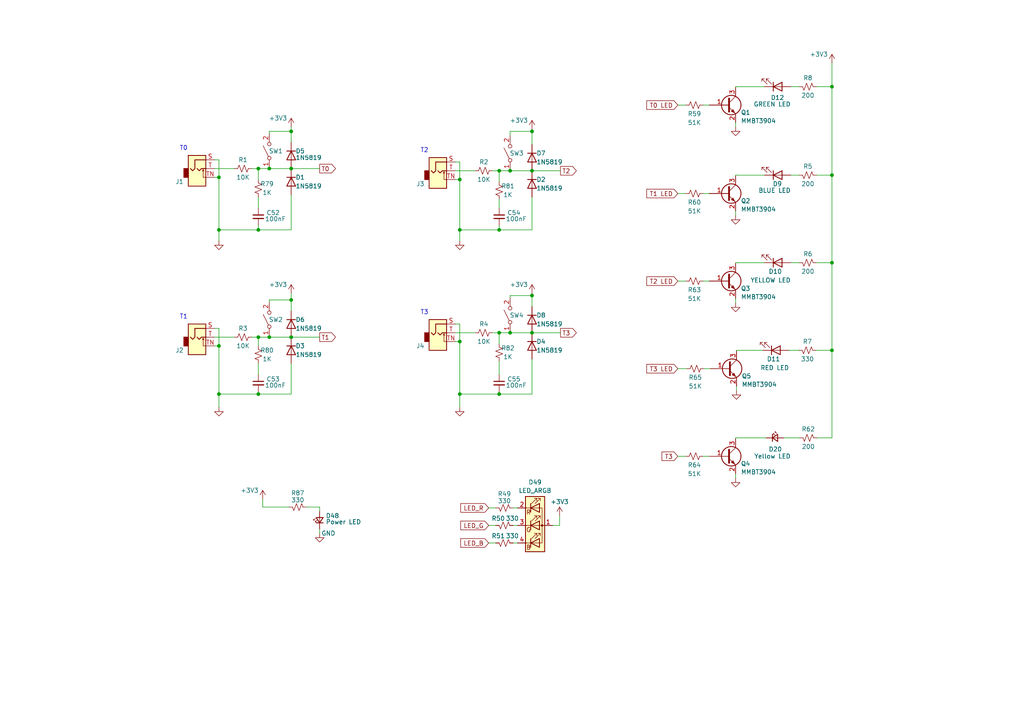
<source format=kicad_sch>
(kicad_sch (version 20231120) (generator "eeschema") (generator_version "8.0")
  (paper "A4")
  (title_block (title "Thor's Arsenal") (rev "0.2"))
  (lib_symbols
    (symbol "Connector_Audio:AudioJack2_SwitchT"
      (property "Reference" "J" (at 0 8.89 0))
      (property "Value" "AudioJack2_SwitchT" (at 0 6.35 0))
      (symbol "AudioJack2_SwitchT_0_1"
        (rectangle (start -2.54 0) (end -3.81 -2.54) (stroke (width 0.254)) (fill (type outline)))
        (polyline (pts (xy 1.778 -0.254) (xy 2.032 -0.762)))
        (polyline (pts (xy 0 0) (xy 0.635 -0.635) (xy 1.27 0) (xy 2.54 0)) (stroke (width 0.254)))
        (polyline (pts (xy 2.54 -2.54) (xy 1.778 -2.54) (xy 1.778 -0.254) (xy 1.524 -0.762)))
        (polyline (pts (xy 2.54 2.54) (xy -0.635 2.54) (xy -0.635 0) (xy -1.27 -0.635) (xy -1.905 0)) (stroke (width 0.254)))
        (rectangle (start 2.54 3.81) (end -2.54 -5.08) (stroke (width 0.254)) (fill (type background)))
      )
      (symbol "AudioJack2_SwitchT_1_1"
        (pin passive line (at 5.08 2.54 180) (length 2.54) (name "~") (number "S"))
        (pin passive line (at 5.08 0 180) (length 2.54) (name "~") (number "T"))
        (pin passive line (at 5.08 -2.54 180) (length 2.54) (name "~") (number "TN"))
      )
    )
    (symbol "Device:C_Small" (pin_numbers hide) (pin_names (offset 0.254) hide)
      (property "Reference" "C" (at 0.254 1.778 0))
      (property "Value" "C_Small" (at 0.254 -2.032 0))
      (symbol "C_Small_0_1"
        (polyline (pts (xy -1.524 -0.508) (xy 1.524 -0.508)) (stroke (width 0.3302)))
        (polyline (pts (xy -1.524 0.508) (xy 1.524 0.508)) (stroke (width 0.3048)))
      )
      (symbol "C_Small_1_1"
        (pin passive line (at 0 2.54 270) (length 2.032) (name "~") (number "1"))
        (pin passive line (at 0 -2.54 90) (length 2.032) (name "~") (number "2"))
      )
    )
    (symbol "Device:LED" (pin_numbers hide) (pin_names (offset 1.016) hide)
      (property "Reference" "D" (at 0 2.54 0))
      (property "Value" "LED" (at 0 -2.54 0))
      (symbol "LED_0_1"
        (polyline (pts (xy -1.27 -1.27) (xy -1.27 1.27)) (stroke (width 0.254)))
        (polyline (pts (xy -1.27 0) (xy 1.27 0)))
        (polyline (pts (xy 1.27 -1.27) (xy 1.27 1.27) (xy -1.27 0) (xy 1.27 -1.27)) (stroke (width 0.254)))
        (polyline (pts (xy -3.048 -0.762) (xy -4.572 -2.286) (xy -3.81 -2.286) (xy -4.572 -2.286) (xy -4.572 -1.524)))
        (polyline (pts (xy -1.778 -0.762) (xy -3.302 -2.286) (xy -2.54 -2.286) (xy -3.302 -2.286) (xy -3.302 -1.524)))
      )
      (symbol "LED_1_1"
        (pin passive line (at -3.81 0 0) (length 2.54) (name "K") (number "1"))
        (pin passive line (at 3.81 0 180) (length 2.54) (name "A") (number "2"))
      )
    )
    (symbol "Device:LED_ARGB" (pin_names (offset 0) hide)
      (property "Reference" "D" (at 0 9.398 0))
      (property "Value" "LED_ARGB" (at 0 -8.89 0))
      (symbol "LED_ARGB_0_0"
        (text "B" (at -1.905 -6.35 0) (effects (font (size 1.27 1.27))))
        (text "G" (at -1.905 -1.27 0) (effects (font (size 1.27 1.27))))
        (text "R" (at -1.905 3.81 0) (effects (font (size 1.27 1.27))))
      )
      (symbol "LED_ARGB_0_1"
        (polyline (pts (xy -1.27 -5.08) (xy -2.54 -5.08)))
        (polyline (pts (xy -1.27 -5.08) (xy 1.27 -5.08)))
        (polyline (pts (xy -1.27 -3.81) (xy -1.27 -6.35)) (stroke (width 0.254)))
        (polyline (pts (xy -1.27 0) (xy -2.54 0)))
        (polyline (pts (xy -1.27 1.27) (xy -1.27 -1.27)) (stroke (width 0.254)))
        (polyline (pts (xy -1.27 5.08) (xy -2.54 5.08)))
        (polyline (pts (xy -1.27 5.08) (xy 1.27 5.08)))
        (polyline (pts (xy -1.27 6.35) (xy -1.27 3.81)) (stroke (width 0.254)))
        (polyline (pts (xy 1.27 0) (xy -1.27 0)))
        (polyline (pts (xy 1.27 0) (xy 2.54 0)))
        (polyline (pts (xy -1.27 1.27) (xy -1.27 -1.27) (xy -1.27 -1.27)))
        (polyline (pts (xy -1.27 6.35) (xy -1.27 3.81) (xy -1.27 3.81)))
        (polyline (pts (xy 1.27 -5.08) (xy 2.032 -5.08) (xy 2.032 5.08) (xy 1.27 5.08)))
        (polyline (pts (xy 1.27 -3.81) (xy 1.27 -6.35) (xy -1.27 -5.08) (xy 1.27 -3.81)) (stroke (width 0.254)))
        (polyline (pts (xy 1.27 1.27) (xy 1.27 -1.27) (xy -1.27 0) (xy 1.27 1.27)) (stroke (width 0.254)))
        (polyline (pts (xy 1.27 6.35) (xy 1.27 3.81) (xy -1.27 5.08) (xy 1.27 6.35)) (stroke (width 0.254)))
        (polyline (pts (xy -1.016 -3.81) (xy 0.508 -2.286) (xy -0.254 -2.286) (xy 0.508 -2.286) (xy 0.508 -3.048)))
        (polyline (pts (xy -1.016 1.27) (xy 0.508 2.794) (xy -0.254 2.794) (xy 0.508 2.794) (xy 0.508 2.032)))
        (polyline (pts (xy -1.016 6.35) (xy 0.508 7.874) (xy -0.254 7.874) (xy 0.508 7.874) (xy 0.508 7.112)))
        (polyline (pts (xy 0 -3.81) (xy 1.524 -2.286) (xy 0.762 -2.286) (xy 1.524 -2.286) (xy 1.524 -3.048)))
        (polyline (pts (xy 0 1.27) (xy 1.524 2.794) (xy 0.762 2.794) (xy 1.524 2.794) (xy 1.524 2.032)))
        (polyline (pts (xy 0 6.35) (xy 1.524 7.874) (xy 0.762 7.874) (xy 1.524 7.874) (xy 1.524 7.112)))
        (rectangle (start 1.27 -1.27) (end 1.27 1.27))
        (rectangle (start 1.27 1.27) (end 1.27 1.27))
        (rectangle (start 1.27 3.81) (end 1.27 6.35))
        (rectangle (start 1.27 6.35) (end 1.27 6.35))
        (circle (center 2.032 0) (radius 0.254) (fill (type outline)))
        (rectangle (start 2.794 8.382) (end -2.794 -7.62) (stroke (width 0.254)) (fill (type background)))
      )
      (symbol "LED_ARGB_1_1"
        (pin passive line (at 5.08 0 180) (length 2.54) (name "A") (number "1"))
        (pin passive line (at -5.08 5.08 0) (length 2.54) (name "RK") (number "2"))
        (pin passive line (at -5.08 0 0) (length 2.54) (name "GK") (number "3"))
        (pin passive line (at -5.08 -5.08 0) (length 2.54) (name "BK") (number "4"))
      )
    )
    (symbol "Device:LED_Small" (pin_numbers hide) (pin_names (offset 0.254) hide)
      (property "Reference" "D" (at -1.27 3.175 0))
      (property "Value" "LED_Small" (at -4.445 -2.54 0))
      (symbol "LED_Small_0_1"
        (polyline (pts (xy -0.762 -1.016) (xy -0.762 1.016)) (stroke (width 0.254)))
        (polyline (pts (xy 1.016 0) (xy -0.762 0)))
        (polyline (pts (xy 0.762 -1.016) (xy -0.762 0) (xy 0.762 1.016) (xy 0.762 -1.016)) (stroke (width 0.254)))
        (polyline (pts (xy 0 0.762) (xy -0.508 1.27) (xy -0.254 1.27) (xy -0.508 1.27) (xy -0.508 1.016)))
        (polyline (pts (xy 0.508 1.27) (xy 0 1.778) (xy 0.254 1.778) (xy 0 1.778) (xy 0 1.524)))
      )
      (symbol "LED_Small_1_1"
        (pin passive line (at -2.54 0 0) (length 1.778) (name "K") (number "1"))
        (pin passive line (at 2.54 0 180) (length 1.778) (name "A") (number "2"))
      )
    )
    (symbol "Device:R_Small_US" (pin_numbers hide) (pin_names (offset 0.254) hide)
      (property "Reference" "R" (at 0.762 0.508 0))
      (property "Value" "R_Small_US" (at 0.762 -1.016 0))
      (symbol "R_Small_US_1_1"
        (polyline (pts (xy 0 0) (xy 1.016 -0.381) (xy 0 -0.762) (xy -1.016 -1.143) (xy 0 -1.524)))
        (polyline (pts (xy 0 1.524) (xy 1.016 1.143) (xy 0 0.762) (xy -1.016 0.381) (xy 0 0)))
        (pin passive line (at 0 2.54 270) (length 1.016) (name "~") (number "1"))
        (pin passive line (at 0 -2.54 90) (length 1.016) (name "~") (number "2"))
      )
    )
    (symbol "Diode:1N4148" (pin_numbers hide) (pin_names (offset 1.016) hide)
      (property "Reference" "D" (at 0 2.54 0))
      (property "Value" "1N4148" (at 0 -2.54 0))
      (symbol "1N4148_0_1"
        (polyline (pts (xy -1.27 1.27) (xy -1.27 -1.27)) (stroke (width 0.254)))
        (polyline (pts (xy 1.27 0) (xy -1.27 0)))
        (polyline (pts (xy 1.27 1.27) (xy 1.27 -1.27) (xy -1.27 0) (xy 1.27 1.27)) (stroke (width 0.254)))
      )
      (symbol "1N4148_1_1"
        (pin passive line (at -3.81 0 0) (length 2.54) (name "K") (number "1"))
        (pin passive line (at 3.81 0 180) (length 2.54) (name "A") (number "2"))
      )
    )
    (symbol "Switch:SW_SPST" (pin_names (offset 0) hide)
      (property "Reference" "SW" (at 0 3.175 0))
      (property "Value" "SW_SPST" (at 0 -2.54 0))
      (symbol "SW_SPST_0_0"
        (circle (center -2.032 0) (radius 0.508))
        (polyline (pts (xy -1.524 0.254) (xy 1.524 1.778)))
        (circle (center 2.032 0) (radius 0.508))
      )
      (symbol "SW_SPST_1_1"
        (pin passive line (at -5.08 0 0) (length 2.54) (name "A") (number "1"))
        (pin passive line (at 5.08 0 180) (length 2.54) (name "B") (number "2"))
      )
    )
    (symbol "Transistor_BJT:MMBT3904" (pin_names (offset 0) hide)
      (property "Reference" "Q" (at 5.08 1.905 0))
      (property "Value" "MMBT3904" (at 5.08 0 0))
      (symbol "MMBT3904_0_1"
        (polyline (pts (xy 0.635 0.635) (xy 2.54 2.54)))
        (polyline (pts (xy 0.635 -0.635) (xy 2.54 -2.54) (xy 2.54 -2.54)))
        (polyline (pts (xy 0.635 1.905) (xy 0.635 -1.905) (xy 0.635 -1.905)) (stroke (width 0.508)))
        (polyline (pts (xy 1.27 -1.778) (xy 1.778 -1.27) (xy 2.286 -2.286) (xy 1.27 -1.778) (xy 1.27 -1.778)) (fill (type outline)))
        (circle (center 1.27 0) (radius 2.8194) (stroke (width 0.254)))
      )
      (symbol "MMBT3904_1_1"
        (pin input line (at -5.08 0 0) (length 5.715) (name "B") (number "1"))
        (pin passive line (at 2.54 -5.08 90) (length 2.54) (name "E") (number "2"))
        (pin passive line (at 2.54 5.08 270) (length 2.54) (name "C") (number "3"))
      )
    )
    (symbol "power:+3.3V" (power) (pin_names (offset 0))
      (property "Value" "+3.3V" (at 0 3.556 0))
      (symbol "+3.3V_0_1"
        (polyline (pts (xy -0.762 1.27) (xy 0 2.54)))
        (polyline (pts (xy 0 0) (xy 0 2.54)))
        (polyline (pts (xy 0 2.54) (xy 0.762 1.27)))
      )
      (symbol "+3.3V_1_1"
        (pin power_in line (at 0 0 90) (length 0) hide (name "+3V3") (number "1"))
      )
    )
    (symbol "power:GND" (power) (pin_names (offset 0))
      (property "Value" "GND" (at 0 -3.81 0))
      (symbol "GND_0_1"
        (polyline (pts (xy 0 0) (xy 0 -1.27) (xy 1.27 -1.27) (xy 0 -2.54) (xy -1.27 -1.27) (xy 0 -1.27)))
      )
      (symbol "GND_1_1"
        (pin power_in line (at 0 0 270) (length 0) hide (name "GND") (number "1"))
      )
    )
  )
  (junction (at 241.3 76.2))
  (junction (at 154.305 38.1))
  (junction (at 154.305 85.725))
  (junction (at 78.105 48.895))
  (junction (at 74.93 114.3))
  (junction (at 63.5 100.33))
  (junction (at 84.455 48.895))
  (junction (at 144.78 114.3))
  (junction (at 74.93 66.675))
  (junction (at 74.93 97.79))
  (junction (at 84.455 38.1))
  (junction (at 154.305 96.52))
  (junction (at 147.955 96.52))
  (junction (at 133.35 52.07))
  (junction (at 133.35 66.675))
  (junction (at 241.3 101.6))
  (junction (at 63.5 51.435))
  (junction (at 84.455 86.995))
  (junction (at 144.78 66.675))
  (junction (at 133.35 99.06))
  (junction (at 241.3 25.146))
  (junction (at 144.78 49.53))
  (junction (at 133.35 114.3))
  (junction (at 63.5 66.675))
  (junction (at 144.78 96.52))
  (junction (at 63.5 114.3))
  (junction (at 154.305 49.53))
  (junction (at 147.955 49.53))
  (junction (at 78.105 97.79))
  (junction (at 74.93 48.895))
  (junction (at 241.3 50.8))
  (junction (at 84.455 97.79))
  (wire (pts (xy 78.105 86.995) (xy 84.455 86.995)))
  (wire (pts (xy 133.35 69.85) (xy 133.35 66.675)))
  (wire (pts (xy 141.732 157.48) (xy 143.764 157.48)))
  (wire (pts (xy 236.855 76.2) (xy 241.3 76.2)))
  (wire (pts (xy 133.35 99.06) (xy 133.35 114.3)))
  (wire (pts (xy 84.455 97.79) (xy 92.71 97.79)))
  (wire (pts (xy 147.955 49.53) (xy 154.305 49.53)))
  (wire (pts (xy 74.93 114.3) (xy 84.455 114.3)))
  (wire (pts (xy 213.36 50.8) (xy 221.742 50.8)))
  (wire (pts (xy 196.596 106.934) (xy 199.136 106.934)))
  (wire (pts (xy 204.216 106.934) (xy 205.994 106.934)))
  (wire (pts (xy 133.35 66.675) (xy 144.78 66.675)))
  (wire (pts (xy 84.455 86.995) (xy 84.455 90.17)))
  (wire (pts (xy 196.596 81.534) (xy 198.882 81.534)))
  (wire (pts (xy 132.08 49.53) (xy 137.795 49.53)))
  (wire (pts (xy 231.775 25.146) (xy 229.362 25.146)))
  (wire (pts (xy 142.875 96.52) (xy 144.78 96.52)))
  (wire (pts (xy 203.962 81.534) (xy 205.74 81.534)))
  (wire (pts (xy 76.2 147.066) (xy 76.2 144.78)))
  (wire (pts (xy 228.854 101.6) (xy 231.648 101.6)))
  (wire (pts (xy 213.36 76.2) (xy 221.742 76.2)))
  (wire (pts (xy 84.455 85.09) (xy 84.455 86.995)))
  (wire (pts (xy 132.08 46.99) (xy 133.35 46.99)))
  (wire (pts (xy 133.35 93.98) (xy 133.35 99.06)))
  (wire (pts (xy 196.596 30.48) (xy 198.882 30.48)))
  (wire (pts (xy 213.36 86.614) (xy 213.36 87.884)))
  (wire (pts (xy 141.732 147.32) (xy 143.764 147.32)))
  (wire (pts (xy 78.105 87.63) (xy 78.105 86.995)))
  (wire (pts (xy 78.105 38.735) (xy 78.105 38.1)))
  (wire (pts (xy 144.78 96.52) (xy 147.955 96.52)))
  (wire (pts (xy 241.3 101.6) (xy 241.3 127)))
  (wire (pts (xy 236.982 127) (xy 241.3 127)))
  (wire (pts (xy 227.33 127) (xy 231.902 127)))
  (wire (pts (xy 196.596 132.334) (xy 198.882 132.334)))
  (wire (pts (xy 144.78 49.53) (xy 147.955 49.53)))
  (wire (pts (xy 74.93 97.79) (xy 78.105 97.79)))
  (wire (pts (xy 142.875 49.53) (xy 144.78 49.53)))
  (wire (pts (xy 62.23 100.33) (xy 63.5 100.33)))
  (wire (pts (xy 236.728 101.6) (xy 241.3 101.6)))
  (wire (pts (xy 74.93 57.15) (xy 74.93 60.325)))
  (wire (pts (xy 203.962 132.334) (xy 205.74 132.334)))
  (wire (pts (xy 196.596 56.134) (xy 198.882 56.134)))
  (wire (pts (xy 148.844 152.4) (xy 150.114 152.4)))
  (wire (pts (xy 88.9 147.066) (xy 92.71 147.066)))
  (wire (pts (xy 84.455 114.3) (xy 84.455 105.41)))
  (wire (pts (xy 203.962 56.134) (xy 205.74 56.134)))
  (wire (pts (xy 74.93 105.41) (xy 74.93 108.585)))
  (wire (pts (xy 213.36 61.214) (xy 213.36 62.484)))
  (wire (pts (xy 160.274 152.4) (xy 162.306 152.4)))
  (wire (pts (xy 144.78 96.52) (xy 144.78 99.695)))
  (wire (pts (xy 154.305 96.52) (xy 162.56 96.52)))
  (wire (pts (xy 162.306 152.4) (xy 162.306 149.606)))
  (wire (pts (xy 147.955 85.725) (xy 154.305 85.725)))
  (wire (pts (xy 213.614 101.6) (xy 213.614 101.854)))
  (wire (pts (xy 144.78 57.785) (xy 144.78 60.325)))
  (wire (pts (xy 144.78 113.665) (xy 144.78 114.3)))
  (wire (pts (xy 241.3 76.2) (xy 241.3 101.6)))
  (wire (pts (xy 213.36 50.8) (xy 213.36 51.054)))
  (wire (pts (xy 141.732 152.4) (xy 143.764 152.4)))
  (wire (pts (xy 92.71 153.416) (xy 92.71 154.686)))
  (wire (pts (xy 147.955 96.52) (xy 154.305 96.52)))
  (wire (pts (xy 236.855 25.146) (xy 241.3 25.146)))
  (wire (pts (xy 133.35 46.99) (xy 133.35 52.07)))
  (wire (pts (xy 213.36 25.146) (xy 221.742 25.146)))
  (wire (pts (xy 213.36 127) (xy 213.36 127.254)))
  (wire (pts (xy 133.35 114.3) (xy 144.78 114.3)))
  (wire (pts (xy 154.305 114.3) (xy 144.78 114.3)))
  (wire (pts (xy 78.105 97.79) (xy 84.455 97.79)))
  (wire (pts (xy 229.362 76.2) (xy 231.775 76.2)))
  (wire (pts (xy 148.844 147.32) (xy 150.114 147.32)))
  (wire (pts (xy 154.305 66.675) (xy 144.78 66.675)))
  (wire (pts (xy 147.955 39.37) (xy 147.955 38.1)))
  (wire (pts (xy 63.5 118.11) (xy 63.5 114.3)))
  (wire (pts (xy 132.08 99.06) (xy 133.35 99.06)))
  (wire (pts (xy 154.305 104.14) (xy 154.305 114.3)))
  (wire (pts (xy 74.93 48.895) (xy 74.93 52.07)))
  (wire (pts (xy 203.962 30.48) (xy 205.74 30.48)))
  (wire (pts (xy 133.35 118.11) (xy 133.35 114.3)))
  (wire (pts (xy 62.23 48.895) (xy 67.945 48.895)))
  (wire (pts (xy 213.36 25.146) (xy 213.36 25.4)))
  (wire (pts (xy 63.5 46.355) (xy 63.5 51.435)))
  (wire (pts (xy 132.08 52.07) (xy 133.35 52.07)))
  (wire (pts (xy 78.105 48.895) (xy 84.455 48.895)))
  (wire (pts (xy 63.5 114.3) (xy 74.93 114.3)))
  (wire (pts (xy 62.23 95.25) (xy 63.5 95.25)))
  (wire (pts (xy 84.455 38.1) (xy 84.455 41.275)))
  (wire (pts (xy 213.614 112.014) (xy 213.614 113.284)))
  (wire (pts (xy 148.844 157.48) (xy 150.114 157.48)))
  (wire (pts (xy 74.93 97.79) (xy 74.93 100.33)))
  (wire (pts (xy 154.305 38.1) (xy 154.305 41.91)))
  (wire (pts (xy 144.78 65.405) (xy 144.78 66.675)))
  (wire (pts (xy 74.93 48.895) (xy 78.105 48.895)))
  (wire (pts (xy 144.78 104.775) (xy 144.78 108.585)))
  (wire (pts (xy 63.5 69.85) (xy 63.5 66.675)))
  (wire (pts (xy 132.08 96.52) (xy 137.795 96.52)))
  (wire (pts (xy 132.08 93.98) (xy 133.35 93.98)))
  (wire (pts (xy 154.305 85.725) (xy 154.305 88.9)))
  (wire (pts (xy 73.025 48.895) (xy 74.93 48.895)))
  (wire (pts (xy 84.455 36.83) (xy 84.455 38.1)))
  (wire (pts (xy 74.93 65.405) (xy 74.93 66.675)))
  (wire (pts (xy 62.23 51.435) (xy 63.5 51.435)))
  (wire (pts (xy 236.855 50.8) (xy 241.3 50.8)))
  (wire (pts (xy 154.305 85.09) (xy 154.305 85.725)))
  (wire (pts (xy 213.36 76.2) (xy 213.36 76.454)))
  (wire (pts (xy 154.305 57.15) (xy 154.305 66.675)))
  (wire (pts (xy 84.455 48.895) (xy 92.71 48.895)))
  (wire (pts (xy 63.5 66.675) (xy 74.93 66.675)))
  (wire (pts (xy 241.3 76.2) (xy 241.3 50.8)))
  (wire (pts (xy 63.5 51.435) (xy 63.5 66.675)))
  (wire (pts (xy 62.23 46.355) (xy 63.5 46.355)))
  (wire (pts (xy 229.362 50.8) (xy 231.775 50.8)))
  (wire (pts (xy 147.955 38.1) (xy 154.305 38.1)))
  (wire (pts (xy 213.36 35.56) (xy 213.36 36.83)))
  (wire (pts (xy 78.105 38.1) (xy 84.455 38.1)))
  (wire (pts (xy 154.305 49.53) (xy 162.56 49.53)))
  (wire (pts (xy 62.23 97.79) (xy 67.945 97.79)))
  (wire (pts (xy 74.93 66.675) (xy 84.455 66.675)))
  (wire (pts (xy 144.78 49.53) (xy 144.78 52.705)))
  (wire (pts (xy 84.455 66.675) (xy 84.455 56.515)))
  (wire (pts (xy 74.93 113.665) (xy 74.93 114.3)))
  (wire (pts (xy 241.3 25.146) (xy 241.3 50.8)))
  (wire (pts (xy 63.5 100.33) (xy 63.5 114.3)))
  (wire (pts (xy 92.71 147.066) (xy 92.71 148.336)))
  (wire (pts (xy 241.3 18.288) (xy 241.3 25.146)))
  (wire (pts (xy 63.5 95.25) (xy 63.5 100.33)))
  (wire (pts (xy 147.955 86.36) (xy 147.955 85.725)))
  (wire (pts (xy 83.82 147.066) (xy 76.2 147.066)))
  (wire (pts (xy 154.305 37.465) (xy 154.305 38.1)))
  (wire (pts (xy 133.35 52.07) (xy 133.35 66.675)))
  (wire (pts (xy 73.025 97.79) (xy 74.93 97.79)))
  (wire (pts (xy 213.614 101.6) (xy 221.234 101.6)))
  (wire (pts (xy 213.36 127) (xy 222.25 127)))
  (wire (pts (xy 213.36 137.414) (xy 213.36 138.684)))
  (text "T1" (at 52.07 92.71 0) (effects (font (size 1.27 1.27)) (justify left bottom)))
  (text "T2" (at 121.92 44.45 0) (effects (font (size 1.27 1.27)) (justify left bottom)))
  (text "T3" (at 121.92 91.44 0) (effects (font (size 1.27 1.27)) (justify left bottom)))
  (text "T0" (at 52.07 43.815 0) (effects (font (size 1.27 1.27)) (justify left bottom)))
  (global_label "T1 LED" (shape input) (at 196.596 56.134 180) (property "Intersheetrefs" "${INTERSHEET_REFS}" (effects (hide yes))))
  (global_label "T0 LED" (shape input) (at 196.596 30.48 180) (property "Intersheetrefs" "${INTERSHEET_REFS}" (effects (hide yes))))
  (global_label "T3 LED" (shape input) (at 196.596 106.934 180) (property "Intersheetrefs" "${INTERSHEET_REFS}" (effects (hide yes))))
  (global_label "LED_B" (shape input) (at 141.732 157.48 180) (property "Intersheetrefs" "${INTERSHEET_REFS}" (effects (hide yes))))
  (global_label "LED_R" (shape input) (at 141.732 147.32 180) (property "Intersheetrefs" "${INTERSHEET_REFS}" (effects (hide yes))))
  (global_label "T1" (shape output) (at 92.71 97.79 0) (property "Intersheetrefs" "${INTERSHEET_REFS}" (effects (hide yes))))
  (global_label "LED_G" (shape input) (at 141.732 152.4 180) (property "Intersheetrefs" "${INTERSHEET_REFS}" (effects (hide yes))))
  (global_label "T0" (shape output) (at 92.71 48.895 0) (property "Intersheetrefs" "${INTERSHEET_REFS}" (effects (hide yes))))
  (global_label "T3" (shape output) (at 162.56 96.52 0) (property "Intersheetrefs" "${INTERSHEET_REFS}" (effects (hide yes))))
  (global_label "T2" (shape output) (at 162.56 49.53 0) (property "Intersheetrefs" "${INTERSHEET_REFS}" (effects (hide yes))))
  (global_label "T3" (shape input) (at 196.596 132.334 180) (property "Intersheetrefs" "${INTERSHEET_REFS}" (effects (hide yes))))
  (global_label "T2 LED" (shape input) (at 196.596 81.534 180) (property "Intersheetrefs" "${INTERSHEET_REFS}" (effects (hide yes))))
  (symbol (lib_id "Diode:1N4148") (at 154.305 92.71 270) (unit 1)
    (property "Reference" "D8" (at 155.575 91.44 90) (effects (justify left)))
    (property "Value" "1N5819" (at 155.575 93.98 90) (effects (justify left)))
    (property "Footprint" "sputterizer:D_SOD-323" (effects (hide yes)))
    (property "Digi-Key Part" "478-7800-1-ND" (effects (hide yes)))
    (property "LCSC Part #" "C191023" (effects (hide yes)))
  )
  (symbol (lib_id "power:GND") (at 213.36 87.884 0) (unit 1)
    (property "Reference" "#PWR027" (effects (hide yes)))
    (property "Value" "GND" (effects (hide yes)))
  )
  (symbol (lib_id "Device:LED") (at 225.552 50.8 0) (mirror x) (unit 1)
    (property "Reference" "D9" (at 226.822 53.34 0) (effects (justify right)))
    (property "Value" "BLUE LED" (at 229.362 55.245 0) (effects (justify right)))
    (property "Footprint" "LED_THT:LED_D3.0mm" (effects (hide yes)))
    (property "Datasheet" "https://katalog.we-online.de/led/datasheet/151031SS04000.pdf" (effects (hide yes)))
    (property "Digi-Key Part" "732-11401-ND" (effects (hide yes)))
  )
  (symbol (lib_id "Device:R_Small_US") (at 74.93 54.61 0) (unit 1)
    (property "Reference" "R79" (at 77.47 53.34 0))
    (property "Value" "1K" (at 77.47 55.88 0))
    (property "Footprint" "Resistor_SMD:R_0603_1608Metric" (effects (hide yes)))
    (property "Digi-Key Part" "RNCP0603FTD1K00CT-ND" (effects (hide yes)))
    (property "LCSC Part #" "C21190" (effects (hide yes)))
  )
  (symbol (lib_id "Transistor_BJT:MMBT3904") (at 210.82 81.534 0) (unit 1)
    (property "Reference" "Q3" (at 214.884 83.6817 0) (effects (justify left)))
    (property "Value" "MMBT3904" (at 214.884 86.106 0) (effects (justify left)))
    (property "Footprint" "Package_TO_SOT_SMD:SOT-23" (effects (hide yes)))
    (property "Datasheet" "https://www.onsemi.com/pdf/datasheet/pzt3904-d.pdf" (effects (hide yes)))
    (property "Description" "0.2A Ic, 40V Vce, Small Signal NPN Transistor, SOT-23" (effects (hide yes)))
    (property "LCSC Part #" "C20526" (effects (hide yes)))
  )
  (symbol (lib_id "Device:LED_Small") (at 92.71 150.876 90) (unit 1)
    (property "Reference" "D48" (at 94.488 149.6003 90) (effects (justify right)))
    (property "Value" "Power LED" (at 94.488 151.384 90) (effects (justify right)))
    (property "Footprint" "LED_SMD:LED_0603_1608Metric_Pad1.05x0.95mm_HandSolder" (effects (hide yes)))
    (property "Description" "Light emitting diode, small symbol" (effects (hide yes)))
    (property "LCSC Part #" "C2290" (effects (hide yes)))
  )
  (symbol (lib_id "power:+3.3V") (at 76.2 144.78 0) (unit 1)
    (property "Reference" "#PWR025" (effects (hide yes)))
    (property "Value" "+3V3" (at 72.39 142.24 0))
  )
  (symbol (lib_id "Transistor_BJT:MMBT3904") (at 210.82 56.134 0) (unit 1)
    (property "Reference" "Q2" (at 214.884 58.2817 0) (effects (justify left)))
    (property "Value" "MMBT3904" (at 214.884 60.706 0) (effects (justify left)))
    (property "Footprint" "Package_TO_SOT_SMD:SOT-23" (effects (hide yes)))
    (property "Datasheet" "https://www.onsemi.com/pdf/datasheet/pzt3904-d.pdf" (effects (hide yes)))
    (property "Description" "0.2A Ic, 40V Vce, Small Signal NPN Transistor, SOT-23" (effects (hide yes)))
    (property "LCSC Part #" "C20526" (effects (hide yes)))
  )
  (symbol (lib_id "Device:R_Small_US") (at 144.78 102.235 0) (unit 1)
    (property "Reference" "R82" (at 147.32 100.965 0))
    (property "Value" "1K" (at 147.32 103.505 0))
    (property "Footprint" "Resistor_SMD:R_0603_1608Metric" (effects (hide yes)))
    (property "Digi-Key Part" "RNCP0603FTD1K00CT-ND" (effects (hide yes)))
    (property "LCSC Part #" "C21190" (effects (hide yes)))
  )
  (symbol (lib_id "Device:R_Small_US") (at 144.78 55.245 0) (unit 1)
    (property "Reference" "R81" (at 147.32 53.975 0))
    (property "Value" "1K" (at 147.32 56.515 0))
    (property "Footprint" "Resistor_SMD:R_0603_1608Metric" (effects (hide yes)))
    (property "Digi-Key Part" "RNCP0603FTD1K00CT-ND" (effects (hide yes)))
    (property "LCSC Part #" "C21190" (effects (hide yes)))
  )
  (symbol (lib_id "Diode:1N4148") (at 84.455 45.085 270) (unit 1)
    (property "Reference" "D5" (at 85.725 43.815 90) (effects (justify left)))
    (property "Value" "1N5819" (at 85.725 45.72 90) (effects (justify left)))
    (property "Footprint" "sputterizer:D_SOD-323" (effects (hide yes)))
    (property "Digi-Key Part" "478-7800-1-ND" (effects (hide yes)))
    (property "LCSC Part #" "C191023" (effects (hide yes)))
  )
  (symbol (lib_id "Diode:1N4148") (at 84.455 52.705 270) (unit 1)
    (property "Reference" "D1" (at 85.725 51.435 90) (effects (justify left)))
    (property "Value" "1N5819" (at 85.725 53.975 90) (effects (justify left)))
    (property "Footprint" "sputterizer:D_SOD-323" (effects (hide yes)))
    (property "Digi-Key Part" "478-7800-1-ND" (effects (hide yes)))
    (property "LCSC Part #" "C191023" (effects (hide yes)))
  )
  (symbol (lib_id "Connector_Audio:AudioJack2_SwitchT") (at 127 96.52 0) (unit 1)
    (property "Reference" "J4" (at 121.92 100.33 0))
    (property "Value" "3.5mm Jack" (effects (hide yes)))
    (property "Footprint" "audio_jacks:Jack_3.5mm_QingPu_WQP-PJ398SM_Vertical" (effects (hide yes)))
    (property "Description" "Audio Jack, 2 Poles (Mono / TS), Switched T Pole (Normalling)" (effects (hide yes)))
  )
  (symbol (lib_id "Transistor_BJT:MMBT3904") (at 210.82 30.48 0) (unit 1)
    (property "Reference" "Q1" (at 214.884 32.6277 0) (effects (justify left)))
    (property "Value" "MMBT3904" (at 214.884 35.052 0) (effects (justify left)))
    (property "Footprint" "Package_TO_SOT_SMD:SOT-23" (effects (hide yes)))
    (property "Datasheet" "https://www.onsemi.com/pdf/datasheet/pzt3904-d.pdf" (effects (hide yes)))
    (property "Description" "0.2A Ic, 40V Vce, Small Signal NPN Transistor, SOT-23" (effects (hide yes)))
    (property "LCSC Part #" "C20526" (effects (hide yes)))
  )
  (symbol (lib_id "power:+3.3V") (at 84.455 85.09 0) (unit 1)
    (property "Reference" "#PWR05" (effects (hide yes)))
    (property "Value" "+3V3" (at 80.645 82.55 0))
  )
  (symbol (lib_id "power:GND") (at 213.36 138.684 0) (unit 1)
    (property "Reference" "#PWR029" (effects (hide yes)))
    (property "Value" "GND" (effects (hide yes)))
  )
  (symbol (lib_id "Diode:1N4148") (at 84.455 101.6 270) (unit 1)
    (property "Reference" "D3" (at 85.725 100.33 90) (effects (justify left)))
    (property "Value" "1N5819" (at 85.725 102.87 90) (effects (justify left)))
    (property "Footprint" "sputterizer:D_SOD-323" (effects (hide yes)))
    (property "Digi-Key Part" "478-7800-1-ND" (effects (hide yes)))
    (property "LCSC Part #" "C191023" (effects (hide yes)))
  )
  (symbol (lib_id "Device:R_Small_US") (at 70.485 48.895 270) (unit 1)
    (property "Reference" "R1" (at 70.485 46.355 90))
    (property "Value" "10K" (at 70.485 51.435 90))
    (property "Footprint" "Resistor_SMD:R_0805_2012Metric_Pad1.20x1.40mm_HandSolder" (effects (hide yes)))
    (property "Digi-Key Part" "13-RC0805JR-1010KLCT-ND" (effects (hide yes)))
    (property "LCSC Part #" "C17414" (effects (hide yes)))
  )
  (symbol (lib_id "Device:R_Small_US") (at 234.315 25.146 270) (mirror x) (unit 1)
    (property "Reference" "R8" (at 234.315 22.606 90))
    (property "Value" "200" (at 234.315 27.686 90))
    (property "Footprint" "Resistor_SMD:R_0603_1608Metric" (effects (hide yes)))
    (property "Digi-Key Part" "RNCP0805FTD1K00CT-ND" (effects (hide yes)))
    (property "LCSC Part #" "C8218" (effects (hide yes)))
  )
  (symbol (lib_id "Device:C_Small") (at 144.78 62.865 0) (unit 1)
    (property "Reference" "C54" (at 147.1168 61.6966 0) (effects (justify left)))
    (property "Value" "100nF" (at 146.685 63.5 0) (effects (justify left)))
    (property "Footprint" "Capacitor_SMD:C_0603_1608Metric" (effects (hide yes)))
    (property "Datasheet" "http://datasheets.avx.com/SR-Series.pdf" (effects (hide yes)))
    (property "Digi-Key Part" "478-10836-1-ND" (effects (hide yes)))
    (property "LCSC Part #" "C14663" (effects (hide yes)))
  )
  (symbol (lib_id "Device:R_Small_US") (at 140.335 49.53 270) (unit 1)
    (property "Reference" "R2" (at 140.335 46.99 90))
    (property "Value" "10K" (at 140.335 52.07 90))
    (property "Footprint" "Resistor_SMD:R_0805_2012Metric_Pad1.20x1.40mm_HandSolder" (effects (hide yes)))
    (property "Digi-Key Part" "13-RC0805JR-1010KLCT-ND" (effects (hide yes)))
    (property "LCSC Part #" "C17414" (effects (hide yes)))
  )
  (symbol (lib_id "Device:R_Small_US") (at 146.304 147.32 270) (mirror x) (unit 1)
    (property "Reference" "R49" (at 146.304 143.256 90))
    (property "Value" "330" (at 146.304 145.288 90))
    (property "Footprint" "Resistor_SMD:R_0603_1608Metric" (effects (hide yes)))
    (property "Digi-Key Part" "RMCF0603FT23K7CT-ND" (effects (hide yes)))
    (property "LCSC Part #" "C23138" (effects (hide yes)))
  )
  (symbol (lib_id "Device:R_Small_US") (at 201.422 56.134 270) (unit 1)
    (property "Reference" "R60" (at 201.422 58.674 90))
    (property "Value" "51K" (at 201.422 61.214 90))
    (property "Footprint" "Resistor_SMD:R_0603_1608Metric" (effects (hide yes)))
    (property "Digi-Key Part" "RMCF0805JT33K0CT-ND" (effects (hide yes)))
    (property "LCSC Part #" "C23196" (effects (hide yes)))
  )
  (symbol (lib_id "Device:C_Small") (at 144.78 111.125 0) (unit 1)
    (property "Reference" "C55" (at 147.1168 109.9566 0) (effects (justify left)))
    (property "Value" "100nF" (at 146.685 111.76 0) (effects (justify left)))
    (property "Footprint" "Capacitor_SMD:C_0603_1608Metric" (effects (hide yes)))
    (property "Datasheet" "http://datasheets.avx.com/SR-Series.pdf" (effects (hide yes)))
    (property "Digi-Key Part" "478-10836-1-ND" (effects (hide yes)))
    (property "LCSC Part #" "C14663" (effects (hide yes)))
  )
  (symbol (lib_id "Diode:1N4148") (at 154.305 100.33 270) (unit 1)
    (property "Reference" "D4" (at 155.575 99.06 90) (effects (justify left)))
    (property "Value" "1N5819" (at 155.575 101.6 90) (effects (justify left)))
    (property "Footprint" "sputterizer:D_SOD-323" (effects (hide yes)))
    (property "Digi-Key Part" "478-7800-1-ND" (effects (hide yes)))
    (property "LCSC Part #" "C191023" (effects (hide yes)))
  )
  (symbol (lib_id "Switch:SW_SPST") (at 147.955 91.44 90) (unit 1)
    (property "Reference" "SW4" (at 149.86 91.44 90))
    (property "Value" "Push Button" (effects (hide yes)))
    (property "Footprint" "Button_Switch_THT:SW_PUSH_6mm" (effects (hide yes)))
    (property "Digi-Key Part" "450-1642-ND" (effects (hide yes)))
  )
  (symbol (lib_id "Device:R_Small_US") (at 146.304 157.48 270) (mirror x) (unit 1)
    (property "Reference" "R51" (at 144.526 155.448 90))
    (property "Value" "330" (at 148.59 155.448 90))
    (property "Footprint" "Resistor_SMD:R_0603_1608Metric" (effects (hide yes)))
    (property "Digi-Key Part" "RMCF0603FT23K7CT-ND" (effects (hide yes)))
    (property "LCSC Part #" "C23138" (effects (hide yes)))
  )
  (symbol (lib_id "power:+3.3V") (at 241.3 18.288 0) (unit 1)
    (property "Reference" "#PWR033" (effects (hide yes)))
    (property "Value" "+3V3" (at 237.49 15.748 0))
  )
  (symbol (lib_id "Switch:SW_SPST") (at 147.955 44.45 90) (unit 1)
    (property "Reference" "SW3" (at 149.86 44.45 90))
    (property "Value" "Push Button" (effects (hide yes)))
    (property "Footprint" "Button_Switch_THT:SW_PUSH_6mm" (effects (hide yes)))
    (property "Digi-Key Part" "450-1642-ND" (effects (hide yes)))
  )
  (symbol (lib_id "Transistor_BJT:MMBT3904") (at 210.82 132.334 0) (unit 1)
    (property "Reference" "Q4" (at 214.884 134.4817 0) (effects (justify left)))
    (property "Value" "MMBT3904" (at 214.884 136.906 0) (effects (justify left)))
    (property "Footprint" "Package_TO_SOT_SMD:SOT-23" (effects (hide yes)))
    (property "Datasheet" "https://www.onsemi.com/pdf/datasheet/pzt3904-d.pdf" (effects (hide yes)))
    (property "Description" "0.2A Ic, 40V Vce, Small Signal NPN Transistor, SOT-23" (effects (hide yes)))
    (property "LCSC Part #" "C20526" (effects (hide yes)))
  )
  (symbol (lib_id "Device:R_Small_US") (at 201.422 81.534 270) (unit 1)
    (property "Reference" "R63" (at 201.422 84.074 90))
    (property "Value" "51K" (at 201.422 86.614 90))
    (property "Footprint" "Resistor_SMD:R_0603_1608Metric" (effects (hide yes)))
    (property "Digi-Key Part" "RMCF0805JT33K0CT-ND" (effects (hide yes)))
    (property "LCSC Part #" "C23196" (effects (hide yes)))
  )
  (symbol (lib_id "Device:R_Small_US") (at 70.485 97.79 270) (unit 1)
    (property "Reference" "R3" (at 70.485 95.25 90))
    (property "Value" "10K" (at 70.485 100.33 90))
    (property "Footprint" "Resistor_SMD:R_0805_2012Metric_Pad1.20x1.40mm_HandSolder" (effects (hide yes)))
    (property "Digi-Key Part" "13-RC0805JR-1010KLCT-ND" (effects (hide yes)))
    (property "LCSC Part #" "C17414" (effects (hide yes)))
  )
  (symbol (lib_id "Switch:SW_SPST") (at 78.105 92.71 90) (unit 1)
    (property "Reference" "SW2" (at 80.01 92.71 90))
    (property "Value" "Push Button" (effects (hide yes)))
    (property "Footprint" "Button_Switch_THT:SW_PUSH_6mm" (effects (hide yes)))
    (property "Digi-Key Part" "450-1642-ND" (effects (hide yes)))
  )
  (symbol (lib_id "power:GND") (at 133.35 69.85 0) (unit 1)
    (property "Reference" "#PWR03" (effects (hide yes)))
    (property "Value" "GND" (effects (hide yes)))
  )
  (symbol (lib_id "Switch:SW_SPST") (at 78.105 43.815 90) (unit 1)
    (property "Reference" "SW1" (at 80.01 43.815 90))
    (property "Value" "Push Button" (effects (hide yes)))
    (property "Footprint" "Button_Switch_THT:SW_PUSH_6mm" (effects (hide yes)))
    (property "Digi-Key Part" "450-1642-ND" (effects (hide yes)))
  )
  (symbol (lib_id "power:+3.3V") (at 154.305 85.09 0) (unit 1)
    (property "Reference" "#PWR07" (effects (hide yes)))
    (property "Value" "+3V3" (at 150.495 82.55 0))
  )
  (symbol (lib_id "Device:R_Small_US") (at 201.422 132.334 270) (unit 1)
    (property "Reference" "R64" (at 201.422 134.874 90))
    (property "Value" "51K" (at 201.422 137.414 90))
    (property "Footprint" "Resistor_SMD:R_0603_1608Metric" (effects (hide yes)))
    (property "Digi-Key Part" "RMCF0805JT33K0CT-ND" (effects (hide yes)))
    (property "LCSC Part #" "C23196" (effects (hide yes)))
  )
  (symbol (lib_id "power:GND") (at 213.614 113.284 0) (unit 1)
    (property "Reference" "#PWR076" (effects (hide yes)))
    (property "Value" "GND" (effects (hide yes)))
  )
  (symbol (lib_id "power:GND") (at 133.35 118.11 0) (unit 1)
    (property "Reference" "#PWR04" (effects (hide yes)))
    (property "Value" "GND" (effects (hide yes)))
  )
  (symbol (lib_id "Device:LED") (at 225.044 101.6 0) (mirror x) (unit 1)
    (property "Reference" "D11" (at 226.314 104.14 0) (effects (justify right)))
    (property "Value" "RED LED" (at 228.854 106.68 0) (effects (justify right)))
    (property "Footprint" "LED_THT:LED_D3.0mm" (effects (hide yes)))
    (property "Datasheet" "https://www.qt-brightek.com/datasheet/QBL7IW30C-XX.pdf" (effects (hide yes)))
    (property "Digi-Key Part" "732-5005-ND" (effects (hide yes)))
  )
  (symbol (lib_id "Device:R_Small_US") (at 201.422 30.48 270) (unit 1)
    (property "Reference" "R59" (at 201.422 33.02 90))
    (property "Value" "51K" (at 201.422 35.56 90))
    (property "Footprint" "Resistor_SMD:R_0603_1608Metric" (effects (hide yes)))
    (property "Digi-Key Part" "RMCF0805JT33K0CT-ND" (effects (hide yes)))
    (property "LCSC Part #" "C23196" (effects (hide yes)))
  )
  (symbol (lib_id "power:GND") (at 213.36 62.484 0) (unit 1)
    (property "Reference" "#PWR020" (effects (hide yes)))
    (property "Value" "GND" (effects (hide yes)))
  )
  (symbol (lib_id "Device:R_Small_US") (at 86.36 147.066 270) (mirror x) (unit 1)
    (property "Reference" "R87" (at 86.36 143.002 90))
    (property "Value" "330" (at 86.36 145.034 90))
    (property "Footprint" "Resistor_SMD:R_0603_1608Metric" (effects (hide yes)))
    (property "Digi-Key Part" "RMCF0603FT23K7CT-ND" (effects (hide yes)))
    (property "LCSC Part #" "C23138" (effects (hide yes)))
  )
  (symbol (lib_id "Connector_Audio:AudioJack2_SwitchT") (at 127 49.53 0) (unit 1)
    (property "Reference" "J3" (at 121.92 53.34 0))
    (property "Value" "3.5mm Jack" (effects (hide yes)))
    (property "Footprint" "audio_jacks:Jack_3.5mm_QingPu_WQP-PJ398SM_Vertical" (effects (hide yes)))
    (property "Description" "Audio Jack, 2 Poles (Mono / TS), Switched T Pole (Normalling)" (effects (hide yes)))
  )
  (symbol (lib_id "Device:R_Small_US") (at 234.188 101.6 270) (mirror x) (unit 1)
    (property "Reference" "R7" (at 234.188 99.06 90))
    (property "Value" "330" (at 234.188 104.14 90))
    (property "Footprint" "Resistor_SMD:R_0603_1608Metric" (effects (hide yes)))
    (property "Digi-Key Part" "RNCP0805FTD1K00CT-ND" (effects (hide yes)))
    (property "LCSC Part #" "C23138" (effects (hide yes)))
  )
  (symbol (lib_id "Device:R_Small_US") (at 234.442 127 270) (mirror x) (unit 1)
    (property "Reference" "R62" (at 234.442 124.46 90))
    (property "Value" "200" (at 234.442 129.54 90))
    (property "Footprint" "Resistor_SMD:R_0603_1608Metric" (effects (hide yes)))
    (property "Digi-Key Part" "RNCP0805FTD1K00CT-ND" (effects (hide yes)))
    (property "LCSC Part #" "C8218" (effects (hide yes)))
  )
  (symbol (lib_id "Device:LED") (at 225.552 25.146 0) (mirror x) (unit 1)
    (property "Reference" "D12" (at 227.457 28.321 0) (effects (justify right)))
    (property "Value" "GREEN LED" (at 229.362 30.226 0) (effects (justify right)))
    (property "Footprint" "LED_THT:LED_D3.0mm" (effects (hide yes)))
    (property "Datasheet" "https://katalog.we-online.de/led/datasheet/151031SS04000.pdf" (effects (hide yes)))
    (property "Digi-Key Part" "732-5007-ND" (effects (hide yes)))
  )
  (symbol (lib_id "Device:R_Small_US") (at 201.676 106.934 270) (unit 1)
    (property "Reference" "R65" (at 201.676 109.474 90))
    (property "Value" "51K" (at 201.676 112.014 90))
    (property "Footprint" "Resistor_SMD:R_0603_1608Metric" (effects (hide yes)))
    (property "Digi-Key Part" "RMCF0805JT33K0CT-ND" (effects (hide yes)))
    (property "LCSC Part #" "C23196" (effects (hide yes)))
  )
  (symbol (lib_id "Device:LED_ARGB") (at 155.194 152.4 0) (unit 1)
    (property "Reference" "D49" (at 155.194 139.8735 0))
    (property "Value" "LED_ARGB" (at 155.194 142.2978 0))
    (property "Footprint" "sputterizer:LED_0404" (effects (hide yes)))
    (property "Description" "RGB LED, anode/red/green/blue" (effects (hide yes)))
    (property "LCSC Part #" "C158099" (effects (hide yes)))
  )
  (symbol (lib_id "power:GND") (at 63.5 118.11 0) (unit 1)
    (property "Reference" "#PWR02" (effects (hide yes)))
    (property "Value" "GND" (effects (hide yes)))
  )
  (symbol (lib_id "Device:R_Small_US") (at 234.315 50.8 270) (mirror x) (unit 1)
    (property "Reference" "R5" (at 234.315 48.26 90))
    (property "Value" "200" (at 234.315 53.34 90))
    (property "Footprint" "Resistor_SMD:R_0603_1608Metric" (effects (hide yes)))
    (property "Digi-Key Part" "RNCP0805FTD1K00CT-ND" (effects (hide yes)))
    (property "LCSC Part #" "C8218" (effects (hide yes)))
  )
  (symbol (lib_id "Device:R_Small_US") (at 140.335 96.52 270) (unit 1)
    (property "Reference" "R4" (at 140.335 93.98 90))
    (property "Value" "10K" (at 140.335 99.06 90))
    (property "Footprint" "Resistor_SMD:R_0805_2012Metric_Pad1.20x1.40mm_HandSolder" (effects (hide yes)))
    (property "Digi-Key Part" "13-RC0805JR-1010KLCT-ND" (effects (hide yes)))
    (property "LCSC Part #" "C17414" (effects (hide yes)))
  )
  (symbol (lib_id "Device:LED") (at 225.552 76.2 0) (mirror x) (unit 1)
    (property "Reference" "D10" (at 226.822 78.74 0) (effects (justify right)))
    (property "Value" "YELLOW LED" (at 229.362 81.28 0) (effects (justify right)))
    (property "Footprint" "LED_THT:LED_D3.0mm" (effects (hide yes)))
    (property "Datasheet" "https://katalog.we-online.de/led/datasheet/151031SS04000.pdf" (effects (hide yes)))
    (property "Digi-Key Part" "732-5010-ND" (effects (hide yes)))
  )
  (symbol (lib_id "power:+3.3V") (at 154.305 37.465 0) (unit 1)
    (property "Reference" "#PWR06" (effects (hide yes)))
    (property "Value" "+3V3" (at 150.495 34.925 0))
  )
  (symbol (lib_id "power:+3.3V") (at 162.306 149.606 0) (unit 1)
    (property "Reference" "#PWR059" (effects (hide yes)))
    (property "Value" "+3V3" (at 162.306 145.542 0))
  )
  (symbol (lib_id "Diode:1N4148") (at 154.305 53.34 270) (unit 1)
    (property "Reference" "D2" (at 155.575 52.07 90) (effects (justify left)))
    (property "Value" "1N5819" (at 155.575 54.61 90) (effects (justify left)))
    (property "Footprint" "sputterizer:D_SOD-323" (effects (hide yes)))
    (property "Digi-Key Part" "478-7800-1-ND" (effects (hide yes)))
    (property "LCSC Part #" "C191023" (effects (hide yes)))
  )
  (symbol (lib_id "Device:R_Small_US") (at 74.93 102.87 0) (unit 1)
    (property "Reference" "R80" (at 77.47 101.6 0))
    (property "Value" "1K" (at 77.47 104.14 0))
    (property "Footprint" "Resistor_SMD:R_0603_1608Metric" (effects (hide yes)))
    (property "Digi-Key Part" "RNCP0603FTD1K00CT-ND" (effects (hide yes)))
    (property "LCSC Part #" "C21190" (effects (hide yes)))
  )
  (symbol (lib_id "Device:LED_Small") (at 224.79 127 0) (unit 1)
    (property "Reference" "D20" (at 226.822 130.302 0) (effects (justify right)))
    (property "Value" "Yellow LED" (at 229.362 132.334 0) (effects (justify right)))
    (property "Footprint" "LED_SMD:LED_0603_1608Metric_Pad1.05x0.95mm_HandSolder" (effects (hide yes)))
    (property "Description" "Light emitting diode, small symbol" (effects (hide yes)))
    (property "LCSC Part #" "C72038" (effects (hide yes)))
  )
  (symbol (lib_id "power:GND") (at 92.71 154.686 0) (mirror y) (unit 1)
    (property "Reference" "#PWR063" (effects (hide yes)))
    (property "Value" "GND" (at 95.25 154.686 0))
  )
  (symbol (lib_id "Diode:1N4148") (at 154.305 45.72 270) (unit 1)
    (property "Reference" "D7" (at 155.575 44.45 90) (effects (justify left)))
    (property "Value" "1N5819" (at 155.575 46.99 90) (effects (justify left)))
    (property "Footprint" "sputterizer:D_SOD-323" (effects (hide yes)))
    (property "Digi-Key Part" "478-7800-1-ND" (effects (hide yes)))
    (property "LCSC Part #" "C191023" (effects (hide yes)))
  )
  (symbol (lib_id "power:GND") (at 213.36 36.83 0) (unit 1)
    (property "Reference" "#PWR019" (effects (hide yes)))
    (property "Value" "GND" (effects (hide yes)))
  )
  (symbol (lib_id "Device:R_Small_US") (at 146.304 152.4 270) (mirror x) (unit 1)
    (property "Reference" "R50" (at 144.526 150.368 90))
    (property "Value" "330" (at 148.59 150.368 90))
    (property "Footprint" "Resistor_SMD:R_0603_1608Metric" (effects (hide yes)))
    (property "Digi-Key Part" "RMCF0603FT23K7CT-ND" (effects (hide yes)))
    (property "LCSC Part #" "C23138" (effects (hide yes)))
  )
  (symbol (lib_id "Device:C_Small") (at 74.93 111.125 0) (unit 1)
    (property "Reference" "C53" (at 77.2668 109.9566 0) (effects (justify left)))
    (property "Value" "100nF" (at 76.835 111.76 0) (effects (justify left)))
    (property "Footprint" "Capacitor_SMD:C_0603_1608Metric" (effects (hide yes)))
    (property "Datasheet" "http://datasheets.avx.com/SR-Series.pdf" (effects (hide yes)))
    (property "Digi-Key Part" "478-10836-1-ND" (effects (hide yes)))
    (property "LCSC Part #" "C14663" (effects (hide yes)))
  )
  (symbol (lib_id "power:GND") (at 63.5 69.85 0) (unit 1)
    (property "Reference" "#PWR01" (effects (hide yes)))
    (property "Value" "GND" (effects (hide yes)))
  )
  (symbol (lib_id "power:+3.3V") (at 84.455 36.83 0) (unit 1)
    (property "Reference" "#PWR021" (effects (hide yes)))
    (property "Value" "+3V3" (at 80.645 34.29 0))
  )
  (symbol (lib_id "Connector_Audio:AudioJack2_SwitchT") (at 57.15 48.895 0) (unit 1)
    (property "Reference" "J1" (at 52.07 52.705 0))
    (property "Value" "3.5mm Jack" (effects (hide yes)))
    (property "Footprint" "audio_jacks:Jack_3.5mm_QingPu_WQP-PJ398SM_Vertical" (effects (hide yes)))
    (property "Description" "Audio Jack, 2 Poles (Mono / TS), Switched T Pole (Normalling)" (effects (hide yes)))
  )
  (symbol (lib_id "Device:R_Small_US") (at 234.315 76.2 270) (mirror x) (unit 1)
    (property "Reference" "R6" (at 234.315 73.66 90))
    (property "Value" "200" (at 234.315 78.74 90))
    (property "Footprint" "Resistor_SMD:R_0603_1608Metric" (effects (hide yes)))
    (property "Digi-Key Part" "RNCP0805FTD1K00CT-ND" (effects (hide yes)))
    (property "LCSC Part #" "C8218" (effects (hide yes)))
  )
  (symbol (lib_id "Diode:1N4148") (at 84.455 93.98 270) (unit 1)
    (property "Reference" "D6" (at 85.725 92.71 90) (effects (justify left)))
    (property "Value" "1N5819" (at 85.725 95.25 90) (effects (justify left)))
    (property "Footprint" "sputterizer:D_SOD-323" (effects (hide yes)))
    (property "Digi-Key Part" "478-7800-1-ND" (effects (hide yes)))
    (property "LCSC Part #" "C191023" (effects (hide yes)))
  )
  (symbol (lib_id "Transistor_BJT:MMBT3904") (at 211.074 106.934 0) (unit 1)
    (property "Reference" "Q5" (at 215.138 109.0817 0) (effects (justify left)))
    (property "Value" "MMBT3904" (at 215.138 111.506 0) (effects (justify left)))
    (property "Footprint" "Package_TO_SOT_SMD:SOT-23" (effects (hide yes)))
    (property "Datasheet" "https://www.onsemi.com/pdf/datasheet/pzt3904-d.pdf" (effects (hide yes)))
    (property "Description" "0.2A Ic, 40V Vce, Small Signal NPN Transistor, SOT-23" (effects (hide yes)))
    (property "LCSC Part #" "C20526" (effects (hide yes)))
  )
  (symbol (lib_id "Device:C_Small") (at 74.93 62.865 0) (unit 1)
    (property "Reference" "C52" (at 77.2668 61.6966 0) (effects (justify left)))
    (property "Value" "100nF" (at 76.835 63.5 0) (effects (justify left)))
    (property "Footprint" "Capacitor_SMD:C_0603_1608Metric" (effects (hide yes)))
    (property "Datasheet" "http://datasheets.avx.com/SR-Series.pdf" (effects (hide yes)))
    (property "Digi-Key Part" "478-10836-1-ND" (effects (hide yes)))
    (property "LCSC Part #" "C14663" (effects (hide yes)))
  )
  (symbol (lib_id "Connector_Audio:AudioJack2_SwitchT") (at 57.15 97.79 0) (unit 1)
    (property "Reference" "J2" (at 52.07 101.6 0))
    (property "Value" "3.5mm Jack" (effects (hide yes)))
    (property "Footprint" "audio_jacks:Jack_3.5mm_QingPu_WQP-PJ398SM_Vertical" (effects (hide yes)))
    (property "Description" "Audio Jack, 2 Poles (Mono / TS), Switched T Pole (Normalling)" (effects (hide yes)))
  )
)
</source>
